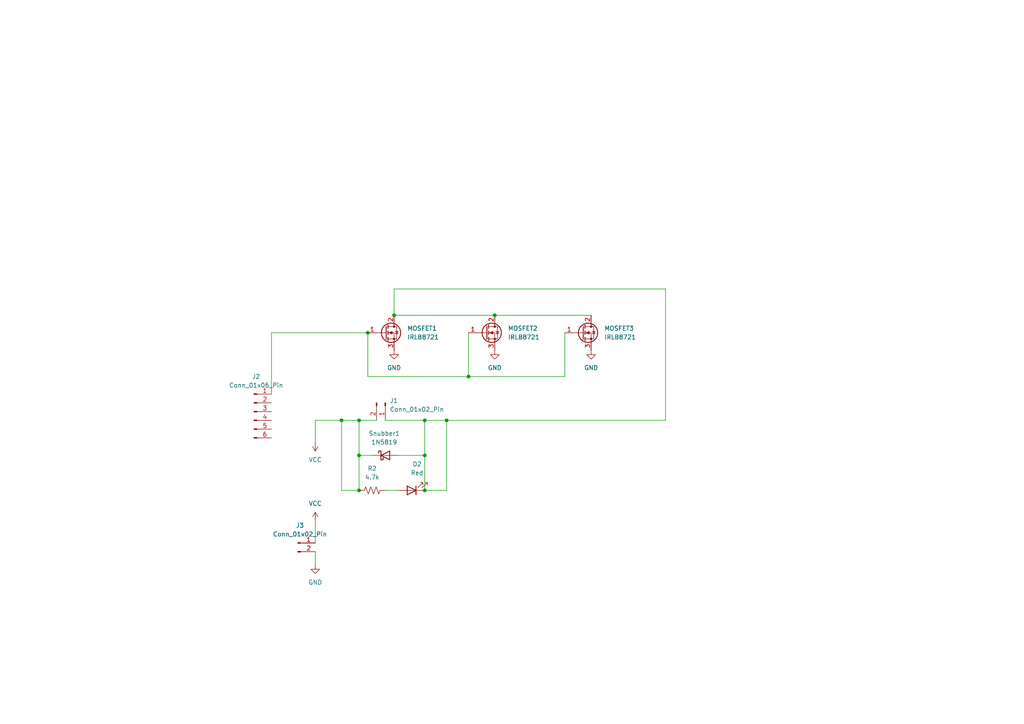
<source format=kicad_sch>
(kicad_sch (version 20230121) (generator eeschema)

  (uuid c5cfa2cd-8217-4cc7-84bd-4a928cc21c13)

  (paper "A4")

  (lib_symbols
    (symbol "Connector:Conn_01x02_Pin" (pin_names (offset 1.016) hide) (in_bom yes) (on_board yes)
      (property "Reference" "J" (at 0 2.54 0)
        (effects (font (size 1.27 1.27)))
      )
      (property "Value" "Conn_01x02_Pin" (at 0 -5.08 0)
        (effects (font (size 1.27 1.27)))
      )
      (property "Footprint" "" (at 0 0 0)
        (effects (font (size 1.27 1.27)) hide)
      )
      (property "Datasheet" "~" (at 0 0 0)
        (effects (font (size 1.27 1.27)) hide)
      )
      (property "ki_locked" "" (at 0 0 0)
        (effects (font (size 1.27 1.27)))
      )
      (property "ki_keywords" "connector" (at 0 0 0)
        (effects (font (size 1.27 1.27)) hide)
      )
      (property "ki_description" "Generic connector, single row, 01x02, script generated" (at 0 0 0)
        (effects (font (size 1.27 1.27)) hide)
      )
      (property "ki_fp_filters" "Connector*:*_1x??_*" (at 0 0 0)
        (effects (font (size 1.27 1.27)) hide)
      )
      (symbol "Conn_01x02_Pin_1_1"
        (polyline
          (pts
            (xy 1.27 -2.54)
            (xy 0.8636 -2.54)
          )
          (stroke (width 0.1524) (type default))
          (fill (type none))
        )
        (polyline
          (pts
            (xy 1.27 0)
            (xy 0.8636 0)
          )
          (stroke (width 0.1524) (type default))
          (fill (type none))
        )
        (rectangle (start 0.8636 -2.413) (end 0 -2.667)
          (stroke (width 0.1524) (type default))
          (fill (type outline))
        )
        (rectangle (start 0.8636 0.127) (end 0 -0.127)
          (stroke (width 0.1524) (type default))
          (fill (type outline))
        )
        (pin passive line (at 5.08 0 180) (length 3.81)
          (name "Pin_1" (effects (font (size 1.27 1.27))))
          (number "1" (effects (font (size 1.27 1.27))))
        )
        (pin passive line (at 5.08 -2.54 180) (length 3.81)
          (name "Pin_2" (effects (font (size 1.27 1.27))))
          (number "2" (effects (font (size 1.27 1.27))))
        )
      )
    )
    (symbol "Connector:Conn_01x06_Pin" (pin_names (offset 1.016) hide) (in_bom yes) (on_board yes)
      (property "Reference" "J" (at 0 7.62 0)
        (effects (font (size 1.27 1.27)))
      )
      (property "Value" "Conn_01x06_Pin" (at 0 -10.16 0)
        (effects (font (size 1.27 1.27)))
      )
      (property "Footprint" "" (at 0 0 0)
        (effects (font (size 1.27 1.27)) hide)
      )
      (property "Datasheet" "~" (at 0 0 0)
        (effects (font (size 1.27 1.27)) hide)
      )
      (property "ki_locked" "" (at 0 0 0)
        (effects (font (size 1.27 1.27)))
      )
      (property "ki_keywords" "connector" (at 0 0 0)
        (effects (font (size 1.27 1.27)) hide)
      )
      (property "ki_description" "Generic connector, single row, 01x06, script generated" (at 0 0 0)
        (effects (font (size 1.27 1.27)) hide)
      )
      (property "ki_fp_filters" "Connector*:*_1x??_*" (at 0 0 0)
        (effects (font (size 1.27 1.27)) hide)
      )
      (symbol "Conn_01x06_Pin_1_1"
        (polyline
          (pts
            (xy 1.27 -7.62)
            (xy 0.8636 -7.62)
          )
          (stroke (width 0.1524) (type default))
          (fill (type none))
        )
        (polyline
          (pts
            (xy 1.27 -5.08)
            (xy 0.8636 -5.08)
          )
          (stroke (width 0.1524) (type default))
          (fill (type none))
        )
        (polyline
          (pts
            (xy 1.27 -2.54)
            (xy 0.8636 -2.54)
          )
          (stroke (width 0.1524) (type default))
          (fill (type none))
        )
        (polyline
          (pts
            (xy 1.27 0)
            (xy 0.8636 0)
          )
          (stroke (width 0.1524) (type default))
          (fill (type none))
        )
        (polyline
          (pts
            (xy 1.27 2.54)
            (xy 0.8636 2.54)
          )
          (stroke (width 0.1524) (type default))
          (fill (type none))
        )
        (polyline
          (pts
            (xy 1.27 5.08)
            (xy 0.8636 5.08)
          )
          (stroke (width 0.1524) (type default))
          (fill (type none))
        )
        (rectangle (start 0.8636 -7.493) (end 0 -7.747)
          (stroke (width 0.1524) (type default))
          (fill (type outline))
        )
        (rectangle (start 0.8636 -4.953) (end 0 -5.207)
          (stroke (width 0.1524) (type default))
          (fill (type outline))
        )
        (rectangle (start 0.8636 -2.413) (end 0 -2.667)
          (stroke (width 0.1524) (type default))
          (fill (type outline))
        )
        (rectangle (start 0.8636 0.127) (end 0 -0.127)
          (stroke (width 0.1524) (type default))
          (fill (type outline))
        )
        (rectangle (start 0.8636 2.667) (end 0 2.413)
          (stroke (width 0.1524) (type default))
          (fill (type outline))
        )
        (rectangle (start 0.8636 5.207) (end 0 4.953)
          (stroke (width 0.1524) (type default))
          (fill (type outline))
        )
        (pin passive line (at 5.08 5.08 180) (length 3.81)
          (name "Pin_1" (effects (font (size 1.27 1.27))))
          (number "1" (effects (font (size 1.27 1.27))))
        )
        (pin passive line (at 5.08 2.54 180) (length 3.81)
          (name "Pin_2" (effects (font (size 1.27 1.27))))
          (number "2" (effects (font (size 1.27 1.27))))
        )
        (pin passive line (at 5.08 0 180) (length 3.81)
          (name "Pin_3" (effects (font (size 1.27 1.27))))
          (number "3" (effects (font (size 1.27 1.27))))
        )
        (pin passive line (at 5.08 -2.54 180) (length 3.81)
          (name "Pin_4" (effects (font (size 1.27 1.27))))
          (number "4" (effects (font (size 1.27 1.27))))
        )
        (pin passive line (at 5.08 -5.08 180) (length 3.81)
          (name "Pin_5" (effects (font (size 1.27 1.27))))
          (number "5" (effects (font (size 1.27 1.27))))
        )
        (pin passive line (at 5.08 -7.62 180) (length 3.81)
          (name "Pin_6" (effects (font (size 1.27 1.27))))
          (number "6" (effects (font (size 1.27 1.27))))
        )
      )
    )
    (symbol "Device:LED" (pin_numbers hide) (pin_names (offset 1.016) hide) (in_bom yes) (on_board yes)
      (property "Reference" "D" (at 0 2.54 0)
        (effects (font (size 1.27 1.27)))
      )
      (property "Value" "LED" (at 0 -2.54 0)
        (effects (font (size 1.27 1.27)))
      )
      (property "Footprint" "" (at 0 0 0)
        (effects (font (size 1.27 1.27)) hide)
      )
      (property "Datasheet" "~" (at 0 0 0)
        (effects (font (size 1.27 1.27)) hide)
      )
      (property "ki_keywords" "LED diode" (at 0 0 0)
        (effects (font (size 1.27 1.27)) hide)
      )
      (property "ki_description" "Light emitting diode" (at 0 0 0)
        (effects (font (size 1.27 1.27)) hide)
      )
      (property "ki_fp_filters" "LED* LED_SMD:* LED_THT:*" (at 0 0 0)
        (effects (font (size 1.27 1.27)) hide)
      )
      (symbol "LED_0_1"
        (polyline
          (pts
            (xy -1.27 -1.27)
            (xy -1.27 1.27)
          )
          (stroke (width 0.254) (type default))
          (fill (type none))
        )
        (polyline
          (pts
            (xy -1.27 0)
            (xy 1.27 0)
          )
          (stroke (width 0) (type default))
          (fill (type none))
        )
        (polyline
          (pts
            (xy 1.27 -1.27)
            (xy 1.27 1.27)
            (xy -1.27 0)
            (xy 1.27 -1.27)
          )
          (stroke (width 0.254) (type default))
          (fill (type none))
        )
        (polyline
          (pts
            (xy -3.048 -0.762)
            (xy -4.572 -2.286)
            (xy -3.81 -2.286)
            (xy -4.572 -2.286)
            (xy -4.572 -1.524)
          )
          (stroke (width 0) (type default))
          (fill (type none))
        )
        (polyline
          (pts
            (xy -1.778 -0.762)
            (xy -3.302 -2.286)
            (xy -2.54 -2.286)
            (xy -3.302 -2.286)
            (xy -3.302 -1.524)
          )
          (stroke (width 0) (type default))
          (fill (type none))
        )
      )
      (symbol "LED_1_1"
        (pin passive line (at -3.81 0 0) (length 2.54)
          (name "K" (effects (font (size 1.27 1.27))))
          (number "1" (effects (font (size 1.27 1.27))))
        )
        (pin passive line (at 3.81 0 180) (length 2.54)
          (name "A" (effects (font (size 1.27 1.27))))
          (number "2" (effects (font (size 1.27 1.27))))
        )
      )
    )
    (symbol "Device:R_US" (pin_numbers hide) (pin_names (offset 0)) (in_bom yes) (on_board yes)
      (property "Reference" "R" (at 2.54 0 90)
        (effects (font (size 1.27 1.27)))
      )
      (property "Value" "R_US" (at -2.54 0 90)
        (effects (font (size 1.27 1.27)))
      )
      (property "Footprint" "" (at 1.016 -0.254 90)
        (effects (font (size 1.27 1.27)) hide)
      )
      (property "Datasheet" "~" (at 0 0 0)
        (effects (font (size 1.27 1.27)) hide)
      )
      (property "ki_keywords" "R res resistor" (at 0 0 0)
        (effects (font (size 1.27 1.27)) hide)
      )
      (property "ki_description" "Resistor, US symbol" (at 0 0 0)
        (effects (font (size 1.27 1.27)) hide)
      )
      (property "ki_fp_filters" "R_*" (at 0 0 0)
        (effects (font (size 1.27 1.27)) hide)
      )
      (symbol "R_US_0_1"
        (polyline
          (pts
            (xy 0 -2.286)
            (xy 0 -2.54)
          )
          (stroke (width 0) (type default))
          (fill (type none))
        )
        (polyline
          (pts
            (xy 0 2.286)
            (xy 0 2.54)
          )
          (stroke (width 0) (type default))
          (fill (type none))
        )
        (polyline
          (pts
            (xy 0 -0.762)
            (xy 1.016 -1.143)
            (xy 0 -1.524)
            (xy -1.016 -1.905)
            (xy 0 -2.286)
          )
          (stroke (width 0) (type default))
          (fill (type none))
        )
        (polyline
          (pts
            (xy 0 0.762)
            (xy 1.016 0.381)
            (xy 0 0)
            (xy -1.016 -0.381)
            (xy 0 -0.762)
          )
          (stroke (width 0) (type default))
          (fill (type none))
        )
        (polyline
          (pts
            (xy 0 2.286)
            (xy 1.016 1.905)
            (xy 0 1.524)
            (xy -1.016 1.143)
            (xy 0 0.762)
          )
          (stroke (width 0) (type default))
          (fill (type none))
        )
      )
      (symbol "R_US_1_1"
        (pin passive line (at 0 3.81 270) (length 1.27)
          (name "~" (effects (font (size 1.27 1.27))))
          (number "1" (effects (font (size 1.27 1.27))))
        )
        (pin passive line (at 0 -3.81 90) (length 1.27)
          (name "~" (effects (font (size 1.27 1.27))))
          (number "2" (effects (font (size 1.27 1.27))))
        )
      )
    )
    (symbol "Diode:1N5819" (pin_numbers hide) (pin_names (offset 1.016) hide) (in_bom yes) (on_board yes)
      (property "Reference" "D" (at 0 2.54 0)
        (effects (font (size 1.27 1.27)))
      )
      (property "Value" "1N5819" (at 0 -2.54 0)
        (effects (font (size 1.27 1.27)))
      )
      (property "Footprint" "Diode_THT:D_DO-41_SOD81_P10.16mm_Horizontal" (at 0 -4.445 0)
        (effects (font (size 1.27 1.27)) hide)
      )
      (property "Datasheet" "http://www.vishay.com/docs/88525/1n5817.pdf" (at 0 0 0)
        (effects (font (size 1.27 1.27)) hide)
      )
      (property "ki_keywords" "diode Schottky" (at 0 0 0)
        (effects (font (size 1.27 1.27)) hide)
      )
      (property "ki_description" "40V 1A Schottky Barrier Rectifier Diode, DO-41" (at 0 0 0)
        (effects (font (size 1.27 1.27)) hide)
      )
      (property "ki_fp_filters" "D*DO?41*" (at 0 0 0)
        (effects (font (size 1.27 1.27)) hide)
      )
      (symbol "1N5819_0_1"
        (polyline
          (pts
            (xy 1.27 0)
            (xy -1.27 0)
          )
          (stroke (width 0) (type default))
          (fill (type none))
        )
        (polyline
          (pts
            (xy 1.27 1.27)
            (xy 1.27 -1.27)
            (xy -1.27 0)
            (xy 1.27 1.27)
          )
          (stroke (width 0.254) (type default))
          (fill (type none))
        )
        (polyline
          (pts
            (xy -1.905 0.635)
            (xy -1.905 1.27)
            (xy -1.27 1.27)
            (xy -1.27 -1.27)
            (xy -0.635 -1.27)
            (xy -0.635 -0.635)
          )
          (stroke (width 0.254) (type default))
          (fill (type none))
        )
      )
      (symbol "1N5819_1_1"
        (pin passive line (at -3.81 0 0) (length 2.54)
          (name "K" (effects (font (size 1.27 1.27))))
          (number "1" (effects (font (size 1.27 1.27))))
        )
        (pin passive line (at 3.81 0 180) (length 2.54)
          (name "A" (effects (font (size 1.27 1.27))))
          (number "2" (effects (font (size 1.27 1.27))))
        )
      )
    )
    (symbol "Transistor_FET:IRLB8721PBF" (pin_names hide) (in_bom yes) (on_board yes)
      (property "Reference" "Q" (at 6.35 1.905 0)
        (effects (font (size 1.27 1.27)) (justify left))
      )
      (property "Value" "IRLB8721PBF" (at 6.35 0 0)
        (effects (font (size 1.27 1.27)) (justify left))
      )
      (property "Footprint" "Package_TO_SOT_THT:TO-220-3_Vertical" (at 6.35 -1.905 0)
        (effects (font (size 1.27 1.27) italic) (justify left) hide)
      )
      (property "Datasheet" "http://www.infineon.com/dgdl/irlb8721pbf.pdf?fileId=5546d462533600a40153566056732591" (at 0 0 0)
        (effects (font (size 1.27 1.27)) (justify left) hide)
      )
      (property "ki_keywords" "N-Channel HEXFET MOSFET Logic-Level" (at 0 0 0)
        (effects (font (size 1.27 1.27)) hide)
      )
      (property "ki_description" "62A Id, 30V Vds, 8.7 mOhm Rds, N-Channel HEXFET Power MOSFET, TO-220" (at 0 0 0)
        (effects (font (size 1.27 1.27)) hide)
      )
      (property "ki_fp_filters" "TO?220*" (at 0 0 0)
        (effects (font (size 1.27 1.27)) hide)
      )
      (symbol "IRLB8721PBF_0_1"
        (polyline
          (pts
            (xy 0.254 0)
            (xy -2.54 0)
          )
          (stroke (width 0) (type default))
          (fill (type none))
        )
        (polyline
          (pts
            (xy 0.254 1.905)
            (xy 0.254 -1.905)
          )
          (stroke (width 0.254) (type default))
          (fill (type none))
        )
        (polyline
          (pts
            (xy 0.762 -1.27)
            (xy 0.762 -2.286)
          )
          (stroke (width 0.254) (type default))
          (fill (type none))
        )
        (polyline
          (pts
            (xy 0.762 0.508)
            (xy 0.762 -0.508)
          )
          (stroke (width 0.254) (type default))
          (fill (type none))
        )
        (polyline
          (pts
            (xy 0.762 2.286)
            (xy 0.762 1.27)
          )
          (stroke (width 0.254) (type default))
          (fill (type none))
        )
        (polyline
          (pts
            (xy 2.54 2.54)
            (xy 2.54 1.778)
          )
          (stroke (width 0) (type default))
          (fill (type none))
        )
        (polyline
          (pts
            (xy 2.54 -2.54)
            (xy 2.54 0)
            (xy 0.762 0)
          )
          (stroke (width 0) (type default))
          (fill (type none))
        )
        (polyline
          (pts
            (xy 0.762 -1.778)
            (xy 3.302 -1.778)
            (xy 3.302 1.778)
            (xy 0.762 1.778)
          )
          (stroke (width 0) (type default))
          (fill (type none))
        )
        (polyline
          (pts
            (xy 1.016 0)
            (xy 2.032 0.381)
            (xy 2.032 -0.381)
            (xy 1.016 0)
          )
          (stroke (width 0) (type default))
          (fill (type outline))
        )
        (polyline
          (pts
            (xy 2.794 0.508)
            (xy 2.921 0.381)
            (xy 3.683 0.381)
            (xy 3.81 0.254)
          )
          (stroke (width 0) (type default))
          (fill (type none))
        )
        (polyline
          (pts
            (xy 3.302 0.381)
            (xy 2.921 -0.254)
            (xy 3.683 -0.254)
            (xy 3.302 0.381)
          )
          (stroke (width 0) (type default))
          (fill (type none))
        )
        (circle (center 1.651 0) (radius 2.794)
          (stroke (width 0.254) (type default))
          (fill (type none))
        )
        (circle (center 2.54 -1.778) (radius 0.254)
          (stroke (width 0) (type default))
          (fill (type outline))
        )
        (circle (center 2.54 1.778) (radius 0.254)
          (stroke (width 0) (type default))
          (fill (type outline))
        )
      )
      (symbol "IRLB8721PBF_1_1"
        (pin input line (at -5.08 0 0) (length 2.54)
          (name "G" (effects (font (size 1.27 1.27))))
          (number "1" (effects (font (size 1.27 1.27))))
        )
        (pin passive line (at 2.54 5.08 270) (length 2.54)
          (name "D" (effects (font (size 1.27 1.27))))
          (number "2" (effects (font (size 1.27 1.27))))
        )
        (pin passive line (at 2.54 -5.08 90) (length 2.54)
          (name "S" (effects (font (size 1.27 1.27))))
          (number "3" (effects (font (size 1.27 1.27))))
        )
      )
    )
    (symbol "power:GND" (power) (pin_names (offset 0)) (in_bom yes) (on_board yes)
      (property "Reference" "#PWR" (at 0 -6.35 0)
        (effects (font (size 1.27 1.27)) hide)
      )
      (property "Value" "GND" (at 0 -3.81 0)
        (effects (font (size 1.27 1.27)))
      )
      (property "Footprint" "" (at 0 0 0)
        (effects (font (size 1.27 1.27)) hide)
      )
      (property "Datasheet" "" (at 0 0 0)
        (effects (font (size 1.27 1.27)) hide)
      )
      (property "ki_keywords" "global power" (at 0 0 0)
        (effects (font (size 1.27 1.27)) hide)
      )
      (property "ki_description" "Power symbol creates a global label with name \"GND\" , ground" (at 0 0 0)
        (effects (font (size 1.27 1.27)) hide)
      )
      (symbol "GND_0_1"
        (polyline
          (pts
            (xy 0 0)
            (xy 0 -1.27)
            (xy 1.27 -1.27)
            (xy 0 -2.54)
            (xy -1.27 -1.27)
            (xy 0 -1.27)
          )
          (stroke (width 0) (type default))
          (fill (type none))
        )
      )
      (symbol "GND_1_1"
        (pin power_in line (at 0 0 270) (length 0) hide
          (name "GND" (effects (font (size 1.27 1.27))))
          (number "1" (effects (font (size 1.27 1.27))))
        )
      )
    )
    (symbol "power:VCC" (power) (pin_names (offset 0)) (in_bom yes) (on_board yes)
      (property "Reference" "#PWR" (at 0 -3.81 0)
        (effects (font (size 1.27 1.27)) hide)
      )
      (property "Value" "VCC" (at 0 3.81 0)
        (effects (font (size 1.27 1.27)))
      )
      (property "Footprint" "" (at 0 0 0)
        (effects (font (size 1.27 1.27)) hide)
      )
      (property "Datasheet" "" (at 0 0 0)
        (effects (font (size 1.27 1.27)) hide)
      )
      (property "ki_keywords" "global power" (at 0 0 0)
        (effects (font (size 1.27 1.27)) hide)
      )
      (property "ki_description" "Power symbol creates a global label with name \"VCC\"" (at 0 0 0)
        (effects (font (size 1.27 1.27)) hide)
      )
      (symbol "VCC_0_1"
        (polyline
          (pts
            (xy -0.762 1.27)
            (xy 0 2.54)
          )
          (stroke (width 0) (type default))
          (fill (type none))
        )
        (polyline
          (pts
            (xy 0 0)
            (xy 0 2.54)
          )
          (stroke (width 0) (type default))
          (fill (type none))
        )
        (polyline
          (pts
            (xy 0 2.54)
            (xy 0.762 1.27)
          )
          (stroke (width 0) (type default))
          (fill (type none))
        )
      )
      (symbol "VCC_1_1"
        (pin power_in line (at 0 0 90) (length 0) hide
          (name "VCC" (effects (font (size 1.27 1.27))))
          (number "1" (effects (font (size 1.27 1.27))))
        )
      )
    )
  )

  (junction (at 129.54 121.92) (diameter 0) (color 0 0 0 0)
    (uuid 079655ce-f50e-486a-bf64-d2068cde75ae)
  )
  (junction (at 123.19 121.92) (diameter 0) (color 0 0 0 0)
    (uuid 26e1b860-a06d-4b8d-a8ea-b820a84965f7)
  )
  (junction (at 143.51 91.44) (diameter 0) (color 0 0 0 0)
    (uuid 27ba569b-f381-4ff0-b4fc-f53f3e1e9561)
  )
  (junction (at 104.14 142.24) (diameter 0) (color 0 0 0 0)
    (uuid 2e5f3139-cb2d-41ae-9263-d5427cb51374)
  )
  (junction (at 114.3 91.44) (diameter 0) (color 0 0 0 0)
    (uuid 3cecd226-886f-4d30-befc-cc05e3747cc4)
  )
  (junction (at 104.14 132.08) (diameter 0) (color 0 0 0 0)
    (uuid 430d99ca-99b8-4aeb-ab14-43d29477bd4e)
  )
  (junction (at 104.14 121.92) (diameter 0) (color 0 0 0 0)
    (uuid 5c37c28d-eeb3-40ce-b77e-f3cc38042ecd)
  )
  (junction (at 135.89 109.22) (diameter 0) (color 0 0 0 0)
    (uuid 8dde0637-2a16-48a3-b655-38ba7c4ea92d)
  )
  (junction (at 123.19 132.08) (diameter 0) (color 0 0 0 0)
    (uuid c7eacc48-5652-4c80-af08-c174bc3b11d4)
  )
  (junction (at 123.19 142.24) (diameter 0) (color 0 0 0 0)
    (uuid e1be3f98-31f8-4e66-8d71-5250c460f340)
  )
  (junction (at 99.06 121.92) (diameter 0) (color 0 0 0 0)
    (uuid e656472c-7391-4f42-8964-80c585f92081)
  )
  (junction (at 106.68 96.52) (diameter 0) (color 0 0 0 0)
    (uuid e92e1c68-41d3-4699-b7fd-af146d21a2ca)
  )

  (wire (pts (xy 99.06 121.92) (xy 91.44 121.92))
    (stroke (width 0) (type default))
    (uuid 0ed91a7b-c3db-408e-b5a3-b92fab71eb03)
  )
  (wire (pts (xy 123.19 121.92) (xy 123.19 132.08))
    (stroke (width 0) (type default))
    (uuid 185513cc-e55d-4411-ae53-eefe49626fcf)
  )
  (wire (pts (xy 78.74 96.52) (xy 78.74 114.3))
    (stroke (width 0) (type default))
    (uuid 227479ce-bf92-4a9e-af49-9aae3e75b910)
  )
  (wire (pts (xy 91.44 128.27) (xy 91.44 121.92))
    (stroke (width 0) (type default))
    (uuid 24d04332-0afd-4322-8730-504cd433c0fa)
  )
  (wire (pts (xy 135.89 109.22) (xy 106.68 109.22))
    (stroke (width 0) (type default))
    (uuid 339b6eda-b130-4b6e-be4a-e891a8ede180)
  )
  (wire (pts (xy 104.14 121.92) (xy 104.14 132.08))
    (stroke (width 0) (type default))
    (uuid 357da456-c0c9-43a0-812b-dd9800a2d5f8)
  )
  (wire (pts (xy 104.14 142.24) (xy 104.14 132.08))
    (stroke (width 0) (type default))
    (uuid 360d2ca1-ae81-447a-a84b-5917abc3400a)
  )
  (wire (pts (xy 193.04 83.82) (xy 193.04 121.92))
    (stroke (width 0) (type default))
    (uuid 392767fc-4bd8-4de9-b802-151872f639aa)
  )
  (wire (pts (xy 104.14 142.24) (xy 99.06 142.24))
    (stroke (width 0) (type default))
    (uuid 3d74bb4a-4104-4596-98f3-8eaa5eb4bd20)
  )
  (wire (pts (xy 129.54 121.92) (xy 123.19 121.92))
    (stroke (width 0) (type default))
    (uuid 3d821030-e163-4dd0-bb66-d60c0cf45bb9)
  )
  (wire (pts (xy 111.76 142.24) (xy 115.57 142.24))
    (stroke (width 0) (type default))
    (uuid 517c7868-2736-4112-bd9d-b97c141bab27)
  )
  (wire (pts (xy 114.3 91.44) (xy 143.51 91.44))
    (stroke (width 0) (type default))
    (uuid 554e7480-7f26-4853-ae86-b3dde2aefe02)
  )
  (wire (pts (xy 115.57 132.08) (xy 123.19 132.08))
    (stroke (width 0) (type default))
    (uuid 58361aab-acc0-4caa-af4c-e678328820ac)
  )
  (wire (pts (xy 106.68 96.52) (xy 106.68 109.22))
    (stroke (width 0) (type default))
    (uuid 61eb8cf9-dfc0-4410-9442-d91b2aa7afdf)
  )
  (wire (pts (xy 193.04 121.92) (xy 129.54 121.92))
    (stroke (width 0) (type default))
    (uuid 62f02a83-e528-4124-a554-80624f527779)
  )
  (wire (pts (xy 135.89 96.52) (xy 135.89 109.22))
    (stroke (width 0) (type default))
    (uuid 6ef1e19b-0e12-475f-96b8-cd79a012ef61)
  )
  (wire (pts (xy 114.3 91.44) (xy 114.3 83.82))
    (stroke (width 0) (type default))
    (uuid 7886ed5c-87f0-444e-bddf-3a9514a2a257)
  )
  (wire (pts (xy 163.83 96.52) (xy 163.83 109.22))
    (stroke (width 0) (type default))
    (uuid 7965cbaa-6d97-4b2d-8942-e9d453ac625e)
  )
  (wire (pts (xy 163.83 109.22) (xy 135.89 109.22))
    (stroke (width 0) (type default))
    (uuid 942e9698-108f-4d19-be31-34245c98ef0b)
  )
  (wire (pts (xy 123.19 142.24) (xy 123.19 132.08))
    (stroke (width 0) (type default))
    (uuid a2bf8794-fc4a-475d-a9a7-6939e3ea588b)
  )
  (wire (pts (xy 104.14 132.08) (xy 107.95 132.08))
    (stroke (width 0) (type default))
    (uuid a650451c-4855-4f93-9593-06f78d0da979)
  )
  (wire (pts (xy 111.76 121.92) (xy 123.19 121.92))
    (stroke (width 0) (type default))
    (uuid b3e37d13-90aa-46bd-833d-c062e6a961b8)
  )
  (wire (pts (xy 91.44 151.13) (xy 91.44 157.48))
    (stroke (width 0) (type default))
    (uuid b468053e-d916-41c0-8219-db0f5681668f)
  )
  (wire (pts (xy 78.74 96.52) (xy 106.68 96.52))
    (stroke (width 0) (type default))
    (uuid bbf05a0e-ce53-4468-965c-a6149dd0c08c)
  )
  (wire (pts (xy 129.54 142.24) (xy 123.19 142.24))
    (stroke (width 0) (type default))
    (uuid c329abe3-9433-4bc9-af6e-096e45bcccaa)
  )
  (wire (pts (xy 114.3 83.82) (xy 193.04 83.82))
    (stroke (width 0) (type default))
    (uuid c7bfe53c-c91b-4dae-9919-92ee77c09715)
  )
  (wire (pts (xy 99.06 121.92) (xy 104.14 121.92))
    (stroke (width 0) (type default))
    (uuid cad235b3-b7db-46dd-9178-25c6da441872)
  )
  (wire (pts (xy 129.54 121.92) (xy 129.54 142.24))
    (stroke (width 0) (type default))
    (uuid e1a105fa-d626-4b22-a74e-e0f02f64af21)
  )
  (wire (pts (xy 104.14 121.92) (xy 109.22 121.92))
    (stroke (width 0) (type default))
    (uuid e8cc3f3a-c46e-4959-882c-ddc88aafa1e1)
  )
  (wire (pts (xy 91.44 160.02) (xy 91.44 163.83))
    (stroke (width 0) (type default))
    (uuid ebeca74f-2803-4374-9ebb-3402d57dd319)
  )
  (wire (pts (xy 99.06 142.24) (xy 99.06 121.92))
    (stroke (width 0) (type default))
    (uuid f7e69aee-9f57-44b3-857b-896232211c93)
  )
  (wire (pts (xy 143.51 91.44) (xy 171.45 91.44))
    (stroke (width 0) (type default))
    (uuid fca6df80-d75a-49b1-bbb7-4fadfd971b0f)
  )

  (symbol (lib_id "Connector:Conn_01x02_Pin") (at 111.76 116.84 270) (unit 1)
    (in_bom yes) (on_board yes) (dnp no) (fields_autoplaced)
    (uuid 14c43019-53e1-4eb7-b831-011d339c6565)
    (property "Reference" "J1" (at 113.03 116.205 90)
      (effects (font (size 1.27 1.27)) (justify left))
    )
    (property "Value" "Conn_01x02_Pin" (at 113.03 118.745 90)
      (effects (font (size 1.27 1.27)) (justify left))
    )
    (property "Footprint" "" (at 111.76 116.84 0)
      (effects (font (size 1.27 1.27)) hide)
    )
    (property "Datasheet" "~" (at 111.76 116.84 0)
      (effects (font (size 1.27 1.27)) hide)
    )
    (pin "1" (uuid aa60c046-ab34-4360-95c0-0fae873dca2b))
    (pin "2" (uuid 07413a56-6cfe-453f-9b7e-53f7ea00c950))
    (instances
      (project "rcs_circuit_diagram"
        (path "/c5cfa2cd-8217-4cc7-84bd-4a928cc21c13"
          (reference "J1") (unit 1)
        )
      )
    )
  )

  (symbol (lib_id "Diode:1N5819") (at 111.76 132.08 0) (unit 1)
    (in_bom yes) (on_board yes) (dnp no) (fields_autoplaced)
    (uuid 18b08c08-a315-4287-9315-114773211379)
    (property "Reference" "Snubber1" (at 111.4425 125.73 0)
      (effects (font (size 1.27 1.27)))
    )
    (property "Value" "1N5819" (at 111.4425 128.27 0)
      (effects (font (size 1.27 1.27)))
    )
    (property "Footprint" "Diode_THT:D_DO-41_SOD81_P10.16mm_Horizontal" (at 111.76 136.525 0)
      (effects (font (size 1.27 1.27)) hide)
    )
    (property "Datasheet" "http://www.vishay.com/docs/88525/1n5817.pdf" (at 111.76 132.08 0)
      (effects (font (size 1.27 1.27)) hide)
    )
    (pin "1" (uuid 036f21e0-fdc2-4b23-9e98-e1a1af65749d))
    (pin "2" (uuid f9d6241c-a48c-4cbd-8746-c1474e6b2206))
    (instances
      (project "rcs_circuit_diagram"
        (path "/c5cfa2cd-8217-4cc7-84bd-4a928cc21c13"
          (reference "Snubber1") (unit 1)
        )
      )
    )
  )

  (symbol (lib_id "power:VCC") (at 91.44 151.13 0) (unit 1)
    (in_bom yes) (on_board yes) (dnp no) (fields_autoplaced)
    (uuid 2aca043d-9a26-4ed7-8ab1-2e0af4446b32)
    (property "Reference" "#PWR02" (at 91.44 154.94 0)
      (effects (font (size 1.27 1.27)) hide)
    )
    (property "Value" "VCC" (at 91.44 146.05 0)
      (effects (font (size 1.27 1.27)))
    )
    (property "Footprint" "" (at 91.44 151.13 0)
      (effects (font (size 1.27 1.27)) hide)
    )
    (property "Datasheet" "" (at 91.44 151.13 0)
      (effects (font (size 1.27 1.27)) hide)
    )
    (pin "1" (uuid e7688b9a-b502-4ac0-9fea-33307ab3f011))
    (instances
      (project "rcs_circuit_diagram"
        (path "/c5cfa2cd-8217-4cc7-84bd-4a928cc21c13"
          (reference "#PWR02") (unit 1)
        )
      )
    )
  )

  (symbol (lib_id "power:GND") (at 114.3 101.6 0) (unit 1)
    (in_bom yes) (on_board yes) (dnp no) (fields_autoplaced)
    (uuid 39c31c9f-1d37-47a5-bd95-c15f021cd750)
    (property "Reference" "#PWR03" (at 114.3 107.95 0)
      (effects (font (size 1.27 1.27)) hide)
    )
    (property "Value" "GND" (at 114.3 106.68 0)
      (effects (font (size 1.27 1.27)))
    )
    (property "Footprint" "" (at 114.3 101.6 0)
      (effects (font (size 1.27 1.27)) hide)
    )
    (property "Datasheet" "" (at 114.3 101.6 0)
      (effects (font (size 1.27 1.27)) hide)
    )
    (pin "1" (uuid 90079297-a281-4956-b81d-81538f2a6226))
    (instances
      (project "rcs_circuit_diagram"
        (path "/c5cfa2cd-8217-4cc7-84bd-4a928cc21c13"
          (reference "#PWR03") (unit 1)
        )
      )
    )
  )

  (symbol (lib_id "power:GND") (at 143.51 101.6 0) (unit 1)
    (in_bom yes) (on_board yes) (dnp no) (fields_autoplaced)
    (uuid 4618b3c2-d36d-4312-9588-0dac40553407)
    (property "Reference" "#PWR04" (at 143.51 107.95 0)
      (effects (font (size 1.27 1.27)) hide)
    )
    (property "Value" "GND" (at 143.51 106.68 0)
      (effects (font (size 1.27 1.27)))
    )
    (property "Footprint" "" (at 143.51 101.6 0)
      (effects (font (size 1.27 1.27)) hide)
    )
    (property "Datasheet" "" (at 143.51 101.6 0)
      (effects (font (size 1.27 1.27)) hide)
    )
    (pin "1" (uuid 8aab0964-21f6-4229-8099-a42bbc6342d8))
    (instances
      (project "rcs_circuit_diagram"
        (path "/c5cfa2cd-8217-4cc7-84bd-4a928cc21c13"
          (reference "#PWR04") (unit 1)
        )
      )
    )
  )

  (symbol (lib_id "Connector:Conn_01x02_Pin") (at 86.36 157.48 0) (unit 1)
    (in_bom yes) (on_board yes) (dnp no) (fields_autoplaced)
    (uuid 5506f211-3c17-43f4-b506-b5a09420e518)
    (property "Reference" "J3" (at 86.995 152.4 0)
      (effects (font (size 1.27 1.27)))
    )
    (property "Value" "Conn_01x02_Pin" (at 86.995 154.94 0)
      (effects (font (size 1.27 1.27)))
    )
    (property "Footprint" "" (at 86.36 157.48 0)
      (effects (font (size 1.27 1.27)) hide)
    )
    (property "Datasheet" "~" (at 86.36 157.48 0)
      (effects (font (size 1.27 1.27)) hide)
    )
    (pin "1" (uuid 78dd3fde-f230-4dfb-b2f6-dcb02be550d4))
    (pin "2" (uuid 1a60004e-9966-46f1-8d57-23788584460e))
    (instances
      (project "rcs_circuit_diagram"
        (path "/c5cfa2cd-8217-4cc7-84bd-4a928cc21c13"
          (reference "J3") (unit 1)
        )
      )
    )
  )

  (symbol (lib_id "Transistor_FET:IRLB8721PBF") (at 111.76 96.52 0) (unit 1)
    (in_bom yes) (on_board yes) (dnp no) (fields_autoplaced)
    (uuid 5dbd17cf-d4c1-44bc-813e-8baefbf39977)
    (property "Reference" "MOSFET1" (at 118.11 95.25 0)
      (effects (font (size 1.27 1.27)) (justify left))
    )
    (property "Value" "IRLB8721" (at 118.11 97.79 0)
      (effects (font (size 1.27 1.27)) (justify left))
    )
    (property "Footprint" "Package_TO_SOT_THT:TO-220-3_Vertical" (at 118.11 98.425 0)
      (effects (font (size 1.27 1.27) italic) (justify left) hide)
    )
    (property "Datasheet" "http://www.infineon.com/dgdl/irlb8721pbf.pdf?fileId=5546d462533600a40153566056732591" (at 111.76 96.52 0)
      (effects (font (size 1.27 1.27)) (justify left) hide)
    )
    (pin "1" (uuid 05e46fa8-2c4d-4fd6-97c9-1c8871514ae5))
    (pin "2" (uuid 03ae209b-db11-47db-ae58-17d695e4b621))
    (pin "3" (uuid e11fbdaf-ff6b-4456-a0e2-7c5d376531e0))
    (instances
      (project "rcs_circuit_diagram"
        (path "/c5cfa2cd-8217-4cc7-84bd-4a928cc21c13"
          (reference "MOSFET1") (unit 1)
        )
      )
    )
  )

  (symbol (lib_id "Transistor_FET:IRLB8721PBF") (at 140.97 96.52 0) (unit 1)
    (in_bom yes) (on_board yes) (dnp no) (fields_autoplaced)
    (uuid 77092500-5d2e-4c58-ae76-db061710aada)
    (property "Reference" "MOSFET2" (at 147.32 95.25 0)
      (effects (font (size 1.27 1.27)) (justify left))
    )
    (property "Value" "IRLB8721" (at 147.32 97.79 0)
      (effects (font (size 1.27 1.27)) (justify left))
    )
    (property "Footprint" "Package_TO_SOT_THT:TO-220-3_Vertical" (at 147.32 98.425 0)
      (effects (font (size 1.27 1.27) italic) (justify left) hide)
    )
    (property "Datasheet" "http://www.infineon.com/dgdl/irlb8721pbf.pdf?fileId=5546d462533600a40153566056732591" (at 140.97 96.52 0)
      (effects (font (size 1.27 1.27)) (justify left) hide)
    )
    (pin "1" (uuid 6c34279d-a534-4d67-9550-78173bd5edfd))
    (pin "2" (uuid 5acab88a-5dba-426b-9f9c-2ea3c21deae1))
    (pin "3" (uuid a80ee1b6-bcfa-49b4-b280-3ed2fcbbcdc8))
    (instances
      (project "rcs_circuit_diagram"
        (path "/c5cfa2cd-8217-4cc7-84bd-4a928cc21c13"
          (reference "MOSFET2") (unit 1)
        )
      )
    )
  )

  (symbol (lib_id "Device:R_US") (at 107.95 142.24 90) (unit 1)
    (in_bom yes) (on_board yes) (dnp no)
    (uuid aeb99416-53d9-4fce-bf65-640d41a3c71e)
    (property "Reference" "R2" (at 107.95 135.89 90)
      (effects (font (size 1.27 1.27)))
    )
    (property "Value" "4.7k" (at 107.95 138.43 90)
      (effects (font (size 1.27 1.27)))
    )
    (property "Footprint" "" (at 108.204 141.224 90)
      (effects (font (size 1.27 1.27)) hide)
    )
    (property "Datasheet" "~" (at 107.95 142.24 0)
      (effects (font (size 1.27 1.27)) hide)
    )
    (pin "1" (uuid fb6d2529-5522-40ca-aa7e-c09b0142df89))
    (pin "2" (uuid 02c218af-703f-4a1f-a470-1dfb4beb82cb))
    (instances
      (project "rcs_circuit_diagram"
        (path "/c5cfa2cd-8217-4cc7-84bd-4a928cc21c13"
          (reference "R2") (unit 1)
        )
      )
    )
  )

  (symbol (lib_id "power:GND") (at 171.45 101.6 0) (unit 1)
    (in_bom yes) (on_board yes) (dnp no) (fields_autoplaced)
    (uuid b3376550-9a9d-48b0-8259-7965256697f7)
    (property "Reference" "#PWR05" (at 171.45 107.95 0)
      (effects (font (size 1.27 1.27)) hide)
    )
    (property "Value" "GND" (at 171.45 106.68 0)
      (effects (font (size 1.27 1.27)))
    )
    (property "Footprint" "" (at 171.45 101.6 0)
      (effects (font (size 1.27 1.27)) hide)
    )
    (property "Datasheet" "" (at 171.45 101.6 0)
      (effects (font (size 1.27 1.27)) hide)
    )
    (pin "1" (uuid 5de4d601-cf6f-44e4-977f-006358067231))
    (instances
      (project "rcs_circuit_diagram"
        (path "/c5cfa2cd-8217-4cc7-84bd-4a928cc21c13"
          (reference "#PWR05") (unit 1)
        )
      )
    )
  )

  (symbol (lib_id "power:VCC") (at 91.44 128.27 180) (unit 1)
    (in_bom yes) (on_board yes) (dnp no) (fields_autoplaced)
    (uuid cdc63102-21fe-4a10-a45b-e4ec3ea93256)
    (property "Reference" "#PWR06" (at 91.44 124.46 0)
      (effects (font (size 1.27 1.27)) hide)
    )
    (property "Value" "VCC" (at 91.44 133.35 0)
      (effects (font (size 1.27 1.27)))
    )
    (property "Footprint" "" (at 91.44 128.27 0)
      (effects (font (size 1.27 1.27)) hide)
    )
    (property "Datasheet" "" (at 91.44 128.27 0)
      (effects (font (size 1.27 1.27)) hide)
    )
    (pin "1" (uuid a6ae73c7-681e-4c14-ab38-ffd050045310))
    (instances
      (project "rcs_circuit_diagram"
        (path "/c5cfa2cd-8217-4cc7-84bd-4a928cc21c13"
          (reference "#PWR06") (unit 1)
        )
      )
    )
  )

  (symbol (lib_id "Transistor_FET:IRLB8721PBF") (at 168.91 96.52 0) (unit 1)
    (in_bom yes) (on_board yes) (dnp no) (fields_autoplaced)
    (uuid e24ea98c-d9f8-4a17-8e5b-6e33f6cd9dbf)
    (property "Reference" "MOSFET3" (at 175.26 95.25 0)
      (effects (font (size 1.27 1.27)) (justify left))
    )
    (property "Value" "IRLB8721" (at 175.26 97.79 0)
      (effects (font (size 1.27 1.27)) (justify left))
    )
    (property "Footprint" "Package_TO_SOT_THT:TO-220-3_Vertical" (at 175.26 98.425 0)
      (effects (font (size 1.27 1.27) italic) (justify left) hide)
    )
    (property "Datasheet" "http://www.infineon.com/dgdl/irlb8721pbf.pdf?fileId=5546d462533600a40153566056732591" (at 168.91 96.52 0)
      (effects (font (size 1.27 1.27)) (justify left) hide)
    )
    (pin "1" (uuid 50e7127a-4c59-4690-b342-6f8338a9125e))
    (pin "2" (uuid 1dfad653-90cf-40f0-926a-cda45c93ae1b))
    (pin "3" (uuid 28e8fb55-0552-4bc9-9e21-90062b83a47f))
    (instances
      (project "rcs_circuit_diagram"
        (path "/c5cfa2cd-8217-4cc7-84bd-4a928cc21c13"
          (reference "MOSFET3") (unit 1)
        )
      )
    )
  )

  (symbol (lib_id "power:GND") (at 91.44 163.83 0) (unit 1)
    (in_bom yes) (on_board yes) (dnp no) (fields_autoplaced)
    (uuid e2e8b240-2c34-45a6-872f-3844cb4aa585)
    (property "Reference" "#PWR01" (at 91.44 170.18 0)
      (effects (font (size 1.27 1.27)) hide)
    )
    (property "Value" "GND" (at 91.44 168.91 0)
      (effects (font (size 1.27 1.27)))
    )
    (property "Footprint" "" (at 91.44 163.83 0)
      (effects (font (size 1.27 1.27)) hide)
    )
    (property "Datasheet" "" (at 91.44 163.83 0)
      (effects (font (size 1.27 1.27)) hide)
    )
    (pin "1" (uuid fb97a008-bb17-4b2a-82e4-f9d016661754))
    (instances
      (project "rcs_circuit_diagram"
        (path "/c5cfa2cd-8217-4cc7-84bd-4a928cc21c13"
          (reference "#PWR01") (unit 1)
        )
      )
    )
  )

  (symbol (lib_id "Connector:Conn_01x06_Pin") (at 73.66 119.38 0) (unit 1)
    (in_bom yes) (on_board yes) (dnp no) (fields_autoplaced)
    (uuid e9f18114-4495-44b0-bb31-0cbcf49650a1)
    (property "Reference" "J2" (at 74.295 109.22 0)
      (effects (font (size 1.27 1.27)))
    )
    (property "Value" "Conn_01x06_Pin" (at 74.295 111.76 0)
      (effects (font (size 1.27 1.27)))
    )
    (property "Footprint" "" (at 73.66 119.38 0)
      (effects (font (size 1.27 1.27)) hide)
    )
    (property "Datasheet" "~" (at 73.66 119.38 0)
      (effects (font (size 1.27 1.27)) hide)
    )
    (pin "1" (uuid 79c50c9f-c3eb-40bb-8add-bcb407a92734))
    (pin "2" (uuid 303dae7e-1006-4778-a014-487f463d77c4))
    (pin "3" (uuid 68bb361e-433c-48f7-a73f-112400fb0ad7))
    (pin "4" (uuid bc50f5bf-8c2e-4012-9124-70b3d6dc0e77))
    (pin "5" (uuid d831397b-8174-4652-a9c1-b45df6620bad))
    (pin "6" (uuid dfbd530d-e3f5-4092-9f31-bfda1a855dd0))
    (instances
      (project "rcs_circuit_diagram"
        (path "/c5cfa2cd-8217-4cc7-84bd-4a928cc21c13"
          (reference "J2") (unit 1)
        )
      )
    )
  )

  (symbol (lib_id "Device:LED") (at 119.38 142.24 180) (unit 1)
    (in_bom yes) (on_board yes) (dnp no) (fields_autoplaced)
    (uuid f202f061-60cd-4f94-a763-e1984b47c347)
    (property "Reference" "D2" (at 120.9675 134.62 0)
      (effects (font (size 1.27 1.27)))
    )
    (property "Value" "Red" (at 120.9675 137.16 0)
      (effects (font (size 1.27 1.27)))
    )
    (property "Footprint" "" (at 119.38 142.24 0)
      (effects (font (size 1.27 1.27)) hide)
    )
    (property "Datasheet" "~" (at 119.38 142.24 0)
      (effects (font (size 1.27 1.27)) hide)
    )
    (pin "1" (uuid c1d65418-2799-461c-ad14-91d5b824a21e))
    (pin "2" (uuid 7977b042-d1db-4c58-9d2c-76aed9867fc1))
    (instances
      (project "rcs_circuit_diagram"
        (path "/c5cfa2cd-8217-4cc7-84bd-4a928cc21c13"
          (reference "D2") (unit 1)
        )
      )
    )
  )

  (sheet_instances
    (path "/" (page "1"))
  )
)

</source>
